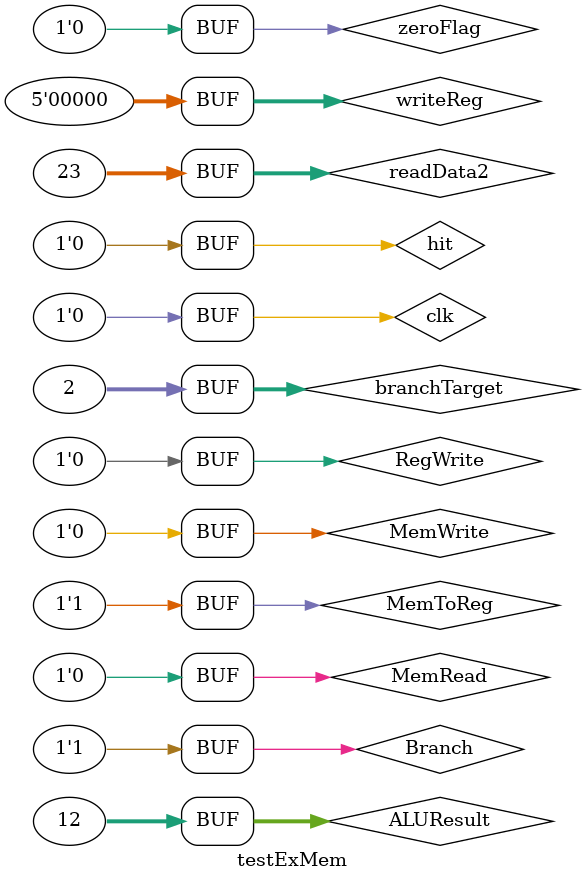
<source format=v>
`timescale 1ns / 1ps


module testExMem;

	// Inputs
	reg clk;
	reg hit;
	reg [31:0] branchTarget;
	reg zeroFlag;
	reg [31:0] ALUResult;
	reg [31:0] readData2;
	reg [4:0] writeReg;
	reg MemRead;
	reg MemWrite;
	reg Branch;
	reg RegWrite;
	reg MemToReg;

	// Outputs
	wire [31:0] branchTargetOut;
	wire zeroFlagOut;
	wire [31:0] ALUResultOut;
	wire [31:0] readData2Out;
	wire [4:0] writeRegOut;
	wire MemReadOut;
	wire MemWriteOut;
	wire BranchOut;
	wire RegWriteOut;
	wire MemToRegOut;
	wire hitOut;

	// Instantiate the Unit Under Test (UUT)
	exMemReg uut (
		.clk(clk), 
		.hit(hit), 
		.branchTarget(branchTarget), 
		.zeroFlag(zeroFlag), 
		.ALUResult(ALUResult), 
		.readData2(readData2), 
		.writeReg(writeReg), 
		.MemRead(MemRead), 
		.MemWrite(MemWrite), 
		.Branch(Branch), 
		.RegWrite(RegWrite), 
		.MemToReg(MemToReg), 
		.branchTargetOut(branchTargetOut), 
		.zeroFlagOut(zeroFlagOut), 
		.ALUResultOut(ALUResultOut), 
		.readData2Out(readData2Out), 
		.writeRegOut(writeRegOut), 
		.MemReadOut(MemReadOut), 
		.MemWriteOut(MemWriteOut), 
		.BranchOut(BranchOut), 
		.RegWriteOut(RegWriteOut), 
		.MemToRegOut(MemToRegOut), 
		.hitOut(hitOut)
	);

	initial begin
		// Initialize Inputs
		clk = 0;
		hit = 0;
		branchTarget = 2;
		zeroFlag = 0;
		ALUResult = 12;
		readData2 = 23;
		writeReg = 0;
		MemRead = 0;
		MemWrite = 0;
		Branch = 1;
		RegWrite = 0;
		MemToReg = 0;
		
		#20 clk=1;
		#20 clk=0;
		hit=1;
		#20 clk=1;
				hit=0;
		#20 clk=0;
		
		MemToReg=1;
		#20 clk=1;
		#20 clk=0;
		#20 clk=1;
		#20 clk=0;
		// Wait 100 ns for global reset to finish

        
		// Add stimulus here

	end
      
endmodule


</source>
